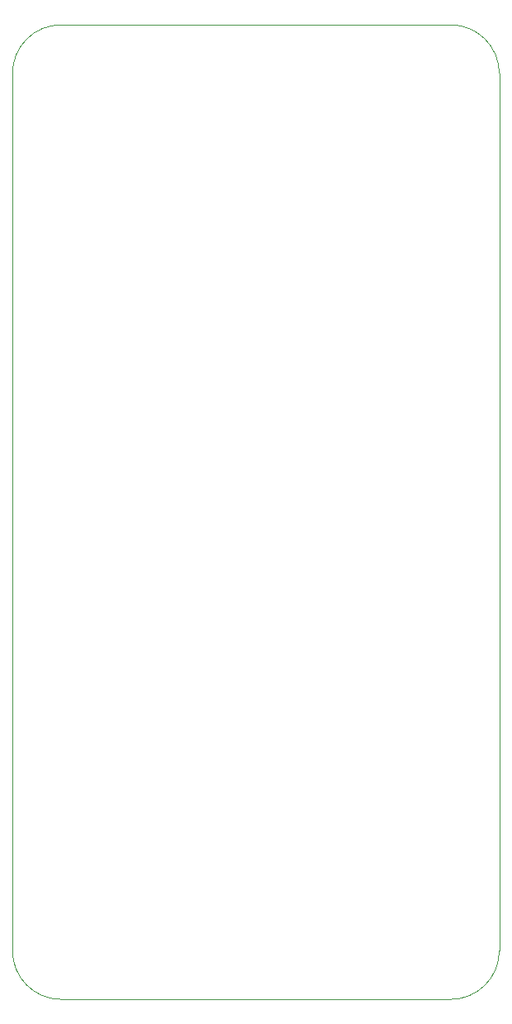
<source format=gbr>
%TF.GenerationSoftware,KiCad,Pcbnew,8.0.3*%
%TF.CreationDate,2024-11-20T17:39:26+02:00*%
%TF.ProjectId,DST1,44535431-2e6b-4696-9361-645f70636258,rev?*%
%TF.SameCoordinates,Original*%
%TF.FileFunction,Profile,NP*%
%FSLAX46Y46*%
G04 Gerber Fmt 4.6, Leading zero omitted, Abs format (unit mm)*
G04 Created by KiCad (PCBNEW 8.0.3) date 2024-11-20 17:39:26*
%MOMM*%
%LPD*%
G01*
G04 APERTURE LIST*
%TA.AperFunction,Profile*%
%ADD10C,0.050000*%
%TD*%
G04 APERTURE END LIST*
D10*
X127500000Y-44500000D02*
G75*
G02*
X132500000Y-39500000I5000000J0D01*
G01*
X132500000Y-139500000D02*
G75*
G02*
X127500000Y-134500000I0J5000000D01*
G01*
X177500000Y-134500000D02*
G75*
G02*
X172500000Y-139500000I-5000000J0D01*
G01*
X127500000Y-134500000D02*
X127500000Y-44500000D01*
X172500000Y-139500000D02*
X132500000Y-139500000D01*
X132500000Y-39500000D02*
X172500000Y-39500000D01*
X177500000Y-44500000D02*
X177500000Y-134500000D01*
X172500000Y-39500000D02*
G75*
G02*
X177500000Y-44500000I0J-5000000D01*
G01*
M02*

</source>
